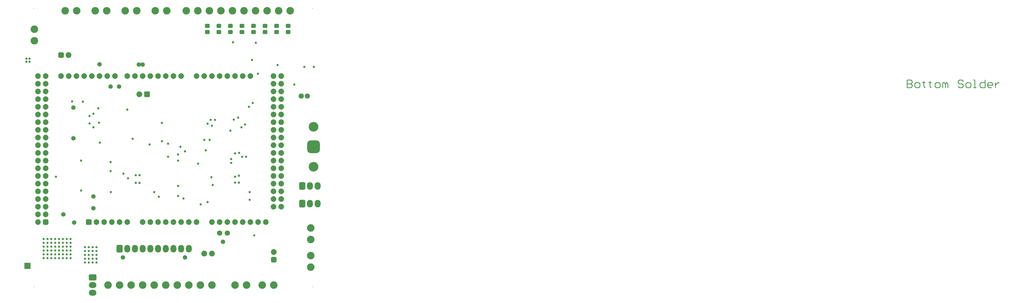
<source format=gbs>
G04 Layer_Color=16711935*
%FSLAX25Y25*%
%MOIN*%
G70*
G01*
G75*
%ADD30C,0.01000*%
%ADD76R,0.08000X0.08000*%
G04:AMPARAMS|DCode=93|XSize=61.15mil|YSize=51.31mil|CornerRadius=9.41mil|HoleSize=0mil|Usage=FLASHONLY|Rotation=180.000|XOffset=0mil|YOffset=0mil|HoleType=Round|Shape=RoundedRectangle|*
%AMROUNDEDRECTD93*
21,1,0.06115,0.03248,0,0,180.0*
21,1,0.04232,0.05131,0,0,180.0*
1,1,0.01883,-0.02116,0.01624*
1,1,0.01883,0.02116,0.01624*
1,1,0.01883,0.02116,-0.01624*
1,1,0.01883,-0.02116,-0.01624*
%
%ADD93ROUNDEDRECTD93*%
%ADD95C,0.00800*%
%ADD96C,0.07493*%
G04:AMPARAMS|DCode=97|XSize=74.93mil|YSize=74.93mil|CornerRadius=12.37mil|HoleSize=0mil|Usage=FLASHONLY|Rotation=180.000|XOffset=0mil|YOffset=0mil|HoleType=Round|Shape=RoundedRectangle|*
%AMROUNDEDRECTD97*
21,1,0.07493,0.05020,0,0,180.0*
21,1,0.05020,0.07493,0,0,180.0*
1,1,0.02473,-0.02510,0.02510*
1,1,0.02473,0.02510,0.02510*
1,1,0.02473,0.02510,-0.02510*
1,1,0.02473,-0.02510,-0.02510*
%
%ADD97ROUNDEDRECTD97*%
%ADD98C,0.07300*%
G04:AMPARAMS|DCode=99|XSize=73mil|YSize=73mil|CornerRadius=20.25mil|HoleSize=0mil|Usage=FLASHONLY|Rotation=90.000|XOffset=0mil|YOffset=0mil|HoleType=Round|Shape=RoundedRectangle|*
%AMROUNDEDRECTD99*
21,1,0.07300,0.03250,0,0,90.0*
21,1,0.03250,0.07300,0,0,90.0*
1,1,0.04050,0.01625,0.01625*
1,1,0.04050,0.01625,-0.01625*
1,1,0.04050,-0.01625,-0.01625*
1,1,0.04050,-0.01625,0.01625*
%
%ADD99ROUNDEDRECTD99*%
%ADD102C,0.06800*%
%ADD105C,0.12611*%
G04:AMPARAMS|DCode=106|XSize=163.9mil|YSize=163.9mil|CornerRadius=42.98mil|HoleSize=0mil|Usage=FLASHONLY|Rotation=270.000|XOffset=0mil|YOffset=0mil|HoleType=Round|Shape=RoundedRectangle|*
%AMROUNDEDRECTD106*
21,1,0.16390,0.07795,0,0,270.0*
21,1,0.07795,0.16390,0,0,270.0*
1,1,0.08595,-0.03898,-0.03898*
1,1,0.08595,-0.03898,0.03898*
1,1,0.08595,0.03898,0.03898*
1,1,0.08595,0.03898,-0.03898*
%
%ADD106ROUNDEDRECTD106*%
G04:AMPARAMS|DCode=107|XSize=73mil|YSize=73mil|CornerRadius=12.13mil|HoleSize=0mil|Usage=FLASHONLY|Rotation=0.000|XOffset=0mil|YOffset=0mil|HoleType=Round|Shape=RoundedRectangle|*
%AMROUNDEDRECTD107*
21,1,0.07300,0.04875,0,0,0.0*
21,1,0.04875,0.07300,0,0,0.0*
1,1,0.02425,0.02438,-0.02438*
1,1,0.02425,-0.02438,-0.02438*
1,1,0.02425,-0.02438,0.02438*
1,1,0.02425,0.02438,0.02438*
%
%ADD107ROUNDEDRECTD107*%
%ADD108C,0.09800*%
%ADD112C,0.05800*%
%ADD113C,0.03000*%
%ADD114C,0.02800*%
G04:AMPARAMS|DCode=115|XSize=77mil|YSize=98mil|CornerRadius=12.63mil|HoleSize=0mil|Usage=FLASHONLY|Rotation=0.000|XOffset=0mil|YOffset=0mil|HoleType=Round|Shape=RoundedRectangle|*
%AMROUNDEDRECTD115*
21,1,0.07700,0.07275,0,0,0.0*
21,1,0.05175,0.09800,0,0,0.0*
1,1,0.02525,0.02587,-0.03637*
1,1,0.02525,-0.02587,-0.03637*
1,1,0.02525,-0.02587,0.03637*
1,1,0.02525,0.02587,0.03637*
%
%ADD115ROUNDEDRECTD115*%
%ADD116O,0.07700X0.09800*%
G04:AMPARAMS|DCode=117|XSize=74.93mil|YSize=74.93mil|CornerRadius=20.73mil|HoleSize=0mil|Usage=FLASHONLY|Rotation=0.000|XOffset=0mil|YOffset=0mil|HoleType=Round|Shape=RoundedRectangle|*
%AMROUNDEDRECTD117*
21,1,0.07493,0.03347,0,0,0.0*
21,1,0.03347,0.07493,0,0,0.0*
1,1,0.04146,0.01673,-0.01673*
1,1,0.04146,-0.01673,-0.01673*
1,1,0.04146,-0.01673,0.01673*
1,1,0.04146,0.01673,0.01673*
%
%ADD117ROUNDEDRECTD117*%
G04:AMPARAMS|DCode=118|XSize=74.93mil|YSize=74.93mil|CornerRadius=20.73mil|HoleSize=0mil|Usage=FLASHONLY|Rotation=90.000|XOffset=0mil|YOffset=0mil|HoleType=Round|Shape=RoundedRectangle|*
%AMROUNDEDRECTD118*
21,1,0.07493,0.03347,0,0,90.0*
21,1,0.03347,0.07493,0,0,90.0*
1,1,0.04146,0.01673,0.01673*
1,1,0.04146,0.01673,-0.01673*
1,1,0.04146,-0.01673,-0.01673*
1,1,0.04146,-0.01673,0.01673*
%
%ADD118ROUNDEDRECTD118*%
%ADD119O,0.09800X0.07700*%
G04:AMPARAMS|DCode=120|XSize=77mil|YSize=98mil|CornerRadius=12.63mil|HoleSize=0mil|Usage=FLASHONLY|Rotation=270.000|XOffset=0mil|YOffset=0mil|HoleType=Round|Shape=RoundedRectangle|*
%AMROUNDEDRECTD120*
21,1,0.07700,0.07275,0,0,270.0*
21,1,0.05175,0.09800,0,0,270.0*
1,1,0.02525,-0.03637,-0.02587*
1,1,0.02525,-0.03637,0.02587*
1,1,0.02525,0.03637,0.02587*
1,1,0.02525,0.03637,-0.02587*
%
%ADD120ROUNDEDRECTD120*%
D30*
X1150000Y284997D02*
Y275000D01*
X1154998D01*
X1156665Y276666D01*
Y278332D01*
X1154998Y279998D01*
X1150000D01*
X1154998D01*
X1156665Y281665D01*
Y283331D01*
X1154998Y284997D01*
X1150000D01*
X1161663Y275000D02*
X1164995D01*
X1166661Y276666D01*
Y279998D01*
X1164995Y281665D01*
X1161663D01*
X1159997Y279998D01*
Y276666D01*
X1161663Y275000D01*
X1171660Y283331D02*
Y281665D01*
X1169994D01*
X1173326D01*
X1171660D01*
Y276666D01*
X1173326Y275000D01*
X1179990Y283331D02*
Y281665D01*
X1178324D01*
X1181656D01*
X1179990D01*
Y276666D01*
X1181656Y275000D01*
X1188321D02*
X1191653D01*
X1193319Y276666D01*
Y279998D01*
X1191653Y281665D01*
X1188321D01*
X1186655Y279998D01*
Y276666D01*
X1188321Y275000D01*
X1196652D02*
Y281665D01*
X1198318D01*
X1199984Y279998D01*
Y275000D01*
Y279998D01*
X1201650Y281665D01*
X1203316Y279998D01*
Y275000D01*
X1223310Y283331D02*
X1221644Y284997D01*
X1218311D01*
X1216645Y283331D01*
Y281665D01*
X1218311Y279998D01*
X1221644D01*
X1223310Y278332D01*
Y276666D01*
X1221644Y275000D01*
X1218311D01*
X1216645Y276666D01*
X1228308Y275000D02*
X1231640D01*
X1233307Y276666D01*
Y279998D01*
X1231640Y281665D01*
X1228308D01*
X1226642Y279998D01*
Y276666D01*
X1228308Y275000D01*
X1236639D02*
X1239971D01*
X1238305D01*
Y284997D01*
X1236639D01*
X1251634D02*
Y275000D01*
X1246636D01*
X1244969Y276666D01*
Y279998D01*
X1246636Y281665D01*
X1251634D01*
X1259964Y275000D02*
X1256632D01*
X1254966Y276666D01*
Y279998D01*
X1256632Y281665D01*
X1259964D01*
X1261631Y279998D01*
Y278332D01*
X1254966D01*
X1264963Y281665D02*
Y275000D01*
Y278332D01*
X1266629Y279998D01*
X1268295Y281665D01*
X1269961D01*
D76*
X7500Y43000D02*
D03*
D93*
X256311Y347563D02*
D03*
Y355437D02*
D03*
X241311Y347563D02*
D03*
Y355437D02*
D03*
X331311D02*
D03*
Y347563D02*
D03*
X316311Y355437D02*
D03*
Y347563D02*
D03*
X301311Y355437D02*
D03*
Y347563D02*
D03*
X286311Y355437D02*
D03*
Y347563D02*
D03*
X346311Y355437D02*
D03*
Y347563D02*
D03*
X271311Y355437D02*
D03*
Y347563D02*
D03*
D95*
X377953Y377953D02*
D03*
X15748D02*
D03*
Y15748D02*
D03*
X377953D02*
D03*
D96*
X237000Y59000D02*
D03*
X247000D02*
D03*
X152874Y266535D02*
D03*
X60921Y317500D02*
D03*
X327500Y60921D02*
D03*
D97*
X162874Y266535D02*
D03*
D98*
X31000Y270000D02*
D03*
X21000D02*
D03*
X31000Y280000D02*
D03*
X21000D02*
D03*
X31000Y290000D02*
D03*
X21000D02*
D03*
Y260000D02*
D03*
X31000D02*
D03*
X21000Y250000D02*
D03*
X31000D02*
D03*
X21000Y240000D02*
D03*
X31000D02*
D03*
X21000Y230000D02*
D03*
X31000D02*
D03*
X21000Y220000D02*
D03*
X31000D02*
D03*
X21000Y210000D02*
D03*
X31000D02*
D03*
X21000Y200000D02*
D03*
X31000D02*
D03*
X21000Y190000D02*
D03*
X31000D02*
D03*
X21000Y180000D02*
D03*
X31000D02*
D03*
X21000Y170000D02*
D03*
X31000D02*
D03*
X21000Y160000D02*
D03*
X31000D02*
D03*
X21000Y150000D02*
D03*
X31000D02*
D03*
Y110000D02*
D03*
X21000D02*
D03*
X31000Y120000D02*
D03*
X21000D02*
D03*
X31000Y130000D02*
D03*
X21000D02*
D03*
X31000Y140000D02*
D03*
X21000D02*
D03*
Y100000D02*
D03*
X217000D02*
D03*
X187000D02*
D03*
X197000D02*
D03*
X207000D02*
D03*
X157000D02*
D03*
X167000D02*
D03*
X177000D02*
D03*
X137000D02*
D03*
X127000D02*
D03*
X117000D02*
D03*
X107000D02*
D03*
X97000D02*
D03*
X227000D02*
D03*
X317000D02*
D03*
X267000D02*
D03*
X257000D02*
D03*
X247000D02*
D03*
X297000D02*
D03*
X287000D02*
D03*
X277000D02*
D03*
X307000D02*
D03*
X337000Y170000D02*
D03*
Y140000D02*
D03*
Y150000D02*
D03*
Y160000D02*
D03*
Y290000D02*
D03*
Y120000D02*
D03*
Y130000D02*
D03*
Y180000D02*
D03*
Y250000D02*
D03*
Y220000D02*
D03*
Y230000D02*
D03*
Y240000D02*
D03*
Y190000D02*
D03*
Y200000D02*
D03*
Y210000D02*
D03*
Y260000D02*
D03*
X327000Y170000D02*
D03*
Y140000D02*
D03*
Y150000D02*
D03*
Y160000D02*
D03*
Y290000D02*
D03*
Y120000D02*
D03*
Y130000D02*
D03*
Y180000D02*
D03*
Y250000D02*
D03*
Y220000D02*
D03*
Y230000D02*
D03*
Y240000D02*
D03*
Y190000D02*
D03*
Y200000D02*
D03*
Y210000D02*
D03*
Y260000D02*
D03*
Y280000D02*
D03*
Y270000D02*
D03*
X337000Y280000D02*
D03*
Y270000D02*
D03*
X111000Y290000D02*
D03*
X81000D02*
D03*
X91000D02*
D03*
X101000D02*
D03*
X51000D02*
D03*
X61000D02*
D03*
X71000D02*
D03*
X121000D02*
D03*
X197000D02*
D03*
X167000D02*
D03*
X177000D02*
D03*
X187000D02*
D03*
X137000D02*
D03*
X147000D02*
D03*
X157000D02*
D03*
X207000D02*
D03*
X287000D02*
D03*
X257000D02*
D03*
X267000D02*
D03*
X277000D02*
D03*
X227000D02*
D03*
X237000D02*
D03*
X247000D02*
D03*
X297000D02*
D03*
D99*
X31000Y100000D02*
D03*
D102*
X363000Y264000D02*
D03*
X371000D02*
D03*
X267000Y85626D02*
D03*
X257000D02*
D03*
D105*
X379000Y223984D02*
D03*
Y172016D02*
D03*
D106*
Y198000D02*
D03*
D107*
X87000Y100000D02*
D03*
D108*
X95500Y375000D02*
D03*
X110500D02*
D03*
X127000Y18000D02*
D03*
X112000D02*
D03*
X142000D02*
D03*
X157000D02*
D03*
X172000D02*
D03*
X187000D02*
D03*
X202000D02*
D03*
X217000D02*
D03*
X232000D02*
D03*
X247000D02*
D03*
X327500D02*
D03*
X312500D02*
D03*
X277000D02*
D03*
X292000D02*
D03*
X213811Y375000D02*
D03*
X228811D02*
D03*
X243811D02*
D03*
X258811D02*
D03*
X273811D02*
D03*
X288811D02*
D03*
X303811D02*
D03*
X318811D02*
D03*
X348811D02*
D03*
X333811D02*
D03*
X375500Y92500D02*
D03*
Y77500D02*
D03*
X16500Y351000D02*
D03*
Y336000D02*
D03*
X375500Y56500D02*
D03*
Y41500D02*
D03*
X56500Y375000D02*
D03*
X71500D02*
D03*
X173500D02*
D03*
X188500D02*
D03*
X134500D02*
D03*
X149500D02*
D03*
D112*
X157000Y305000D02*
D03*
X152000Y305000D02*
D03*
X101000Y305500D02*
D03*
X126500Y276500D02*
D03*
X115500D02*
D03*
X68000Y99500D02*
D03*
X261500Y74500D02*
D03*
X131500Y54000D02*
D03*
X212000D02*
D03*
X67000Y209000D02*
D03*
X93063Y133500D02*
D03*
X93000Y118000D02*
D03*
X54000Y110000D02*
D03*
X67000Y249240D02*
D03*
D113*
X354000Y279000D02*
D03*
X306870Y293000D02*
D03*
X379500Y302000D02*
D03*
X367000D02*
D03*
X274500Y334000D02*
D03*
X241500Y126000D02*
D03*
X93000Y223500D02*
D03*
X79500Y256740D02*
D03*
X88000Y238000D02*
D03*
Y228500D02*
D03*
X203000Y147000D02*
D03*
Y180000D02*
D03*
Y188000D02*
D03*
X190000Y185000D02*
D03*
X296000Y139000D02*
D03*
Y129000D02*
D03*
X304311Y333500D02*
D03*
X251000Y233000D02*
D03*
X245500D02*
D03*
X241500Y228000D02*
D03*
X272000Y177000D02*
D03*
Y182000D02*
D03*
X166000Y201000D02*
D03*
X144000Y208500D02*
D03*
X100500Y229500D02*
D03*
X115500Y178000D02*
D03*
Y166500D02*
D03*
X190000Y202000D02*
D03*
X239000Y193500D02*
D03*
X247000Y225500D02*
D03*
X210122Y130878D02*
D03*
X290000Y227000D02*
D03*
X203000Y134000D02*
D03*
X77000Y141000D02*
D03*
X182000Y205500D02*
D03*
X137000Y246500D02*
D03*
X248000Y148276D02*
D03*
X232500Y123000D02*
D03*
X148000Y161000D02*
D03*
X132000Y163000D02*
D03*
X138000Y157000D02*
D03*
X148000Y151000D02*
D03*
X153000Y161000D02*
D03*
Y151000D02*
D03*
X99500Y248000D02*
D03*
X182000Y228957D02*
D03*
X101516Y203516D02*
D03*
X77000Y180000D02*
D03*
X206000Y198000D02*
D03*
X212000Y192000D02*
D03*
X300000Y255000D02*
D03*
X295000Y250000D02*
D03*
X178000Y133000D02*
D03*
X172000Y139000D02*
D03*
X244000Y207000D02*
D03*
X237000D02*
D03*
X271000Y219000D02*
D03*
X282500Y190000D02*
D03*
X286500Y185000D02*
D03*
X5500Y45000D02*
D03*
Y41000D02*
D03*
X9500D02*
D03*
Y45000D02*
D03*
X332500Y304500D02*
D03*
X93000Y241000D02*
D03*
X229000Y176000D02*
D03*
X246500Y158500D02*
D03*
X282000Y160500D02*
D03*
Y151500D02*
D03*
X277000D02*
D03*
Y159000D02*
D03*
X44500D02*
D03*
X291500Y185000D02*
D03*
X277000Y189500D02*
D03*
X285500Y223500D02*
D03*
X281000Y236000D02*
D03*
X275500Y233500D02*
D03*
X299213Y311024D02*
D03*
X115795Y139000D02*
D03*
X65500Y257000D02*
D03*
X10236Y312598D02*
D03*
Y308598D02*
D03*
X6236D02*
D03*
Y312598D02*
D03*
D114*
X82000Y67500D02*
D03*
X87000D02*
D03*
X92000D02*
D03*
X97000D02*
D03*
Y47500D02*
D03*
X92000D02*
D03*
X87000D02*
D03*
X82000D02*
D03*
X97000Y52500D02*
D03*
X92000D02*
D03*
X87000D02*
D03*
X82000D02*
D03*
Y57500D02*
D03*
X87000D02*
D03*
X92000D02*
D03*
X97000D02*
D03*
Y62500D02*
D03*
X92000D02*
D03*
X87000D02*
D03*
X82000D02*
D03*
X28500Y78000D02*
D03*
X33500D02*
D03*
X38500D02*
D03*
X43500D02*
D03*
X48500D02*
D03*
X53500D02*
D03*
X58500D02*
D03*
X63500D02*
D03*
X28500Y73000D02*
D03*
X63500D02*
D03*
X58500D02*
D03*
X53500D02*
D03*
X48500D02*
D03*
X43500D02*
D03*
X38500D02*
D03*
X33500D02*
D03*
Y68000D02*
D03*
X38500D02*
D03*
X43500D02*
D03*
X48500D02*
D03*
X53500D02*
D03*
X58500D02*
D03*
X63500D02*
D03*
X28500D02*
D03*
X33500Y63000D02*
D03*
X38500D02*
D03*
X43500D02*
D03*
X48500D02*
D03*
X53500D02*
D03*
X58500D02*
D03*
X63500D02*
D03*
X28500D02*
D03*
X33500Y58000D02*
D03*
X38500D02*
D03*
X43500D02*
D03*
X48500D02*
D03*
X53500D02*
D03*
X58500D02*
D03*
X63500D02*
D03*
X28500D02*
D03*
X33500Y53000D02*
D03*
X38500D02*
D03*
X43500D02*
D03*
X48500D02*
D03*
X53500D02*
D03*
X58500D02*
D03*
X63500D02*
D03*
X28500D02*
D03*
X302240Y82760D02*
D03*
D115*
X364500Y124000D02*
D03*
X127000Y65500D02*
D03*
X364500Y147000D02*
D03*
D116*
X374500Y124000D02*
D03*
X384500D02*
D03*
X217000Y65500D02*
D03*
X207000D02*
D03*
X197000D02*
D03*
X187000D02*
D03*
X177000D02*
D03*
X167000D02*
D03*
X157000D02*
D03*
X147000D02*
D03*
X137000D02*
D03*
X374500Y147000D02*
D03*
X384500D02*
D03*
D117*
X51079Y317500D02*
D03*
D118*
X327500Y51079D02*
D03*
D119*
X92000Y8000D02*
D03*
Y18000D02*
D03*
D120*
Y28000D02*
D03*
M02*

</source>
